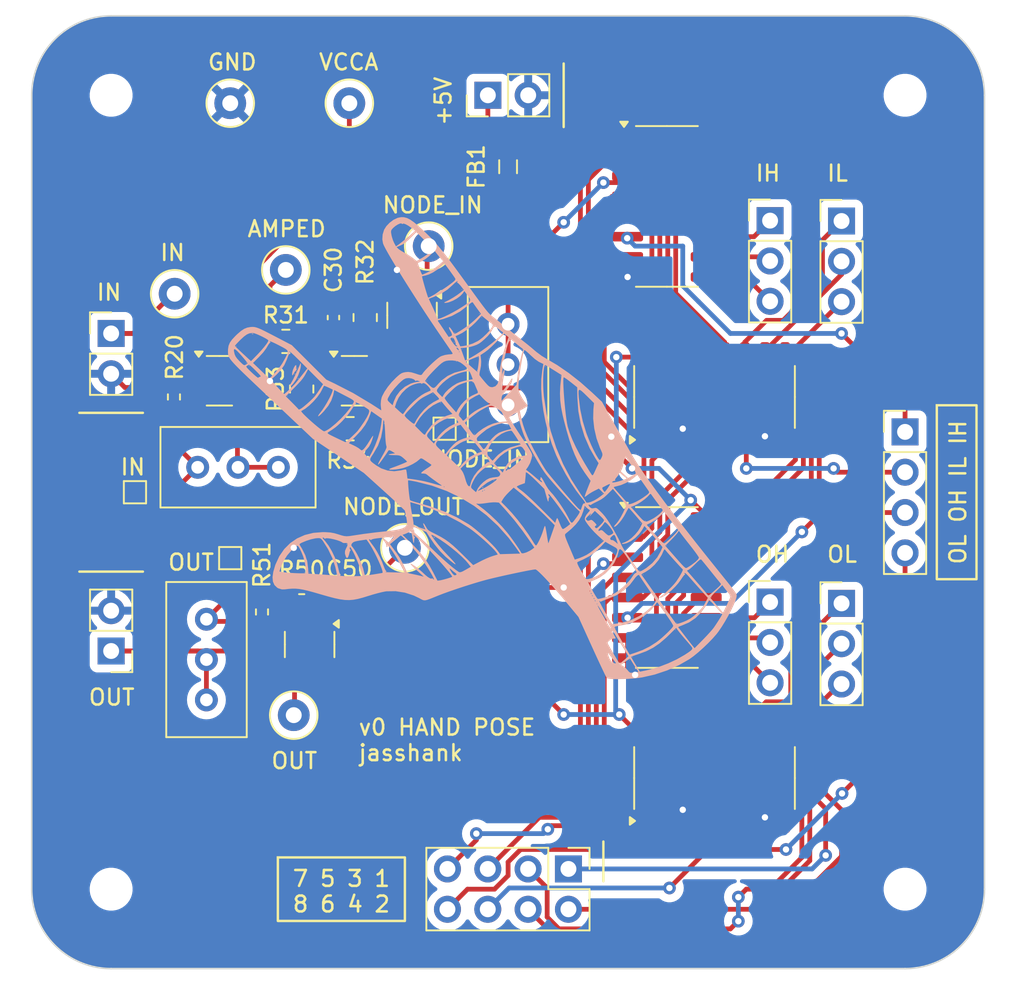
<source format=kicad_pcb>
(kicad_pcb (version 20240108) (generator "pcbnew") (generator_version "8.0")
  (layers (0 "F.Cu" signal) (31 "B.Cu" power) (34 "B.Paste" user) (35 "F.Paste" user) (36 "B.SilkS" user "B.Silkscreen") (37 "F.SilkS" user "F.Silkscreen") (38 "B.Mask" user) (39 "F.Mask" user) (44 "Edge.Cuts" user))
  (net 0 "")
  (net 1 "+5V")
  (net 2 "VCCA")
  (net 3 "/mux/MUX_IN_HIGH_2")
  (net 4 "/mux/MUX_IN_HIGH_1")
  (net 5 "/mux/MUX_IN_HIGH_3")
  (net 6 "/mux/MUX_IN_LOW_2")
  (net 7 "/mux/MUX_IN_LOW_3")
  (net 8 "/mux/MUX_IN_LOW_1")
  (net 9 "/mux/MUX_OUT_HIGH_1")
  (net 10 "/mux/MUX_OUT_HIGH_3")
  (net 11 "/mux/MUX_OUT_HIGH_2")
  (net 12 "/mux/MUX_OUT_LOW_3")
  (net 13 "/mux/MUX_OUT_LOW_1")
  (net 14 "/mux/MUX_OUT_LOW_2")
  (net 15 "/mux/MUX_IN_LOW_ENABLE")
  (net 16 "/mux/MUX_OUT_HIGH_ENABLE")
  (net 17 "/mux/MUX_OUT_LOW_ENABLE")
  (net 18 "/mux/MUX_IN_HIGH_ENABLE")
  (net 19 "/mux/NODE_1")
  (net 20 "/mux/NODE_7")
  (net 21 "/mux/NODE_6")
  (net 22 "/mux/NODE_4")
  (net 23 "/mux/NODE_2")
  (net 24 "/mux/NODE_5")
  (net 25 "/mux/NODE_3")
  (net 26 "/mux/NODE_8")
  (net 27 "GND")
  (net 28 "/input/SIGNAL_IN")
  (net 29 "/output/NODE_OUT_FILTERED")
  (net 30 "Net-(U3-+)")
  (net 31 "Net-(U8--)")
  (net 32 "Net-(U3--)")
  (net 33 "/mux/NODE_OUT_HIGH")
  (net 34 "/output/SIGNAL_OUT")
  (net 35 "/current_injection/AMPED_SIGNAL")
  (net 36 "/output/OUTPUT_AMP_TRIM")
  (net 37 "/current_injection/NODE_IN_HIGH")
  (net 38 "/input/INPUT_AMP_TRIM")
  (net 39 "/current_injection/CURRENT_TUNE_TRIM")
  (footprint "Package_TO_SOT_SMD:SOT-23-5" (layer "F.Cu") (at 65.3175 67.98)
    (property "Reference" "U3" (hide yes))
    (property "Value" "LMV321")
  )
  (footprint "Potentiometer_THT:Potentiometer_Bourns_3296W_Vertical" (layer "F.Cu") (at 56 83 90)
    (property "Reference" "RV50" (hide yes))
    (property "Value" "10k")
  )
  (footprint "Resistor_SMD:R_0402_1005Metric_Pad0.72x0.64mm_HandSolder" (layer "F.Cu") (at 62 81.04)
    (property "Reference" "R50")
    (property "Value" "10k")
  )
  (footprint "Resistor_SMD:R_0805_2012Metric_Pad1.20x1.40mm_HandSolder" (layer "F.Cu") (at 65.0525 71)
    (property "Reference" "R34")
    (property "Value" "100k")
  )
  (footprint "TestPoint:TestPoint_Pad_1.0x1.0mm" (layer "F.Cu") (at 71 71)
    (property "Reference" "TP31" (hide yes))
    (property "Value" "CURRENT_TRIM_TEST")
  )
  (footprint "Package_TO_SOT_SMD:SOT-23-5" (layer "F.Cu") (at 62.5 84.59 -90)
    (property "Reference" "U2" (hide yes))
    (property "Value" "LMV321")
  )
  (footprint "Resistor_SMD:R_0402_1005Metric_Pad0.72x0.64mm_HandSolder" (layer "F.Cu") (at 59.5 82.54 -90)
    (property "Reference" "R51")
    (property "Value" "1k")
  )
  (footprint "Connector_PinHeader_2.54mm:PinHeader_2x04_P2.54mm_Vertical" (layer "F.Cu") (at 78.8 98.725 -90)
    (property "Reference" "J45" (hide yes))
    (property "Value" "NODE_PINS")
  )
  (footprint "MountingHole:MountingHole_2.2mm_M2" (layer "F.Cu") (at 50 100)
    (property "Reference" "H3" (hide yes))
    (property "Value" "BOTTOM_LEFT")
  )
  (footprint "TestPoint:TestPoint_Loop_D1.80mm_Drill1.0mm_Beaded" (layer "F.Cu") (at 70 59.5 90)
    (property "Reference" "TP30" (hide yes))
    (property "Value" "NODE_IN_HIGH_TEST")
  )
  (footprint "Potentiometer_THT:Potentiometer_Bourns_3296W_Vertical" (layer "F.Cu") (at 55.45 73.43 180)
    (property "Reference" "RV20" (hide yes))
    (property "Value" "10k")
  )
  (footprint "Resistor_SMD:R_0805_2012Metric_Pad1.20x1.40mm_HandSolder" (layer "F.Cu") (at 66 64 90)
    (property "Reference" "R32")
    (property "Value" "100k")
  )
  (footprint "Package_SO:SOIC-16_3.9x9.9mm_P1.27mm" (layer "F.Cu") (at 85 57)
    (property "Reference" "U4" (hide yes))
    (property "Value" "74HC4051")
  )
  (footprint "Package_TO_SOT_SMD:SOT-23-5" (layer "F.Cu") (at 56.8175 67.98)
    (property "Reference" "U1" (hide yes))
    (property "Value" "LMV321")
  )
  (footprint "MountingHole:MountingHole_2.2mm_M2" (layer "F.Cu") (at 50 50)
    (property "Reference" "H1" (hide yes))
    (property "Value" "TOP_LEFT")
  )
  (footprint "TestPoint:TestPoint_Loop_D1.80mm_Drill1.0mm_Beaded" (layer "F.Cu") (at 57.5 50.5 -90)
    (property "Reference" "TP61" (hide yes))
    (property "Value" "GND_TEST")
  )
  (footprint "Connector_PinHeader_2.54mm:PinHeader_1x02_P2.54mm_Vertical" (layer "F.Cu") (at 50 85 180)
    (property "Reference" "J50" (hide yes))
    (property "Value" "SIGNAL_OUT")
  )
  (footprint "MountingHole:MountingHole_2.2mm_M2" (layer "F.Cu") (at 100 100)
    (property "Reference" "H4" (hide yes))
    (property "Value" "BOTTOM_RIGHT")
  )
  (footprint "Resistor_SMD:R_0402_1005Metric_Pad0.72x0.64mm_HandSolder" (layer "F.Cu") (at 53.955 69 -90)
    (property "Reference" "R20")
    (property "Value" "1k")
  )
  (footprint "Connector_PinHeader_2.54mm:PinHeader_1x03_P2.54mm_Vertical" (layer "F.Cu") (at 96 57.92)
    (property "Reference" "J41" (hide yes))
    (property "Value" "MUX_IN_LOW")
  )
  (footprint "Package_TO_SOT_SMD:SOT-23-5" (layer "F.Cu") (at 68.95 63.8625 -90)
    (property "Reference" "U8" (hide yes))
    (property "Value" "LMV321")
  )
  (footprint "Capacitor_SMD:C_0402_1005Metric_Pad0.74x0.62mm_HandSolder" (layer "F.Cu") (at 65 81)
    (property "Reference" "C50")
    (property "Value" "47n")
  )
  (footprint "Potentiometer_THT:Potentiometer_Bourns_3296W_Vertical" (layer "F.Cu") (at 75 69.5 -90)
    (property "Reference" "RV30" (hide yes))
    (property "Value" "5k")
  )
  (footprint "MountingHole:MountingHole_2.2mm_M2" (layer "F.Cu") (at 100 50)
    (property "Reference" "H2" (hide yes))
    (property "Value" "TOP_RIGHT")
  )
  (footprint "TestPoint:TestPoint_Loop_D1.80mm_Drill1.0mm_Beaded" (layer "F.Cu") (at 68.5 78.5)
    (property "Reference" "TP50" (hide yes))
    (property "Value" "NODE_OUT_HIGH_TEST")
  )
  (footprint "TestPoint:TestPoint_Loop_D1.80mm_Drill1.0mm_Beaded" (layer "F.Cu") (at 61.5 89.04)
    (property "Reference" "TP51" (hide yes))
    (property "Value" "SIGNAL_OUT_TEST")
  )
  (footprint "TestPoint:TestPoint_Loop_D1.80mm_Drill1.0mm_Beaded" (layer "F.Cu") (at 65 50.5 -90)
    (property "Reference" "TP60" (hide yes))
    (property "Value" "VCCA_TEST")
  )
  (footprint "Resistor_SMD:R_0805_2012Metric_Pad1.20x1.40mm_HandSolder" (layer "F.Cu") (at 62 68.5 90)
    (property "Reference" "R33")
    (property "Value" "100k")
  )
  (footprint "Package_SO:SOIC-16_3.9x9.9mm_P1.27mm" (layer "F.Cu") (at 88 93 90)
    (property "Reference" "U7" (hide yes))
    (property "Value" "74HC4051")
  )
  (footprint "Connector_PinHeader_2.54mm:PinHeader_1x04_P2.54mm_Vertical" (layer "F.Cu") (at 100 71.2)
    (property "Reference" "J44" (hide yes))
    (property "Value" "MUX_ENABLE")
  )
  (footprint "Package_SO:SOIC-16_3.9x9.9mm_P1.27mm" (layer "F.Cu") (at 88 69 90)
    (property "Reference" "U6" (hide yes))
    (property "Value" "74HC4051")
  )
  (footprint "Resistor_SMD:R_0805_2012Metric_Pad1.20x1.40mm_HandSolder" (layer "F.Cu") (at 61 65.5)
    (property "Reference" "R31")
    (property "Value" "100k")
  )
  (footprint "Connector_PinHeader_2.54mm:PinHeader_1x02_P2.54mm_Vertical" (layer "F.Cu") (at 50 65)
    (property "Reference" "J20" (hide yes))
    (property "Value" "SIGNAL_IN")
  )
  (footprint "TestPoint:TestPoint_Loop_D1.80mm_Drill1.0mm_Beaded" (layer "F.Cu") (at 54 62.5 90)
    (property "Reference" "TP21" (hide yes))
    (property "Value" "SIGNAL_IN_TEST")
  )
  (footprint "Connector_PinHeader_2.54mm:PinHeader_1x02_P2.54mm_Vertical" (layer "F.Cu") (at 73.725 50 90)
    (property "Reference" "J60" (hide yes))
    (property "Value" "PWR_IN")
  )
  (footprint "Connector_PinHeader_2.54mm:PinHeader_1x03_P2.54mm_Vertical" (layer "F.Cu") (at 91.5 57.895)
    (property "Reference" "J40" (hide yes))
    (property "Value" "MUX_IN_HIGH")
  )
  (footprint "TestPoint:TestPoint_Loop_D1.80mm_Drill1.0mm_Beaded" (layer "F.Cu") (at 61 61 90)
    (property "Reference" "TP20" (hide yes))
    (property "Value" "AMPED_SIGNAL_TEST")
  )
  (footprint "Inductor_SMD:L_0805_2012Metric_Pad1.05x1.20mm_HandSolder" (layer "F.Cu") (at 75 54.5 -90)
    (property "Reference" "FB1")
    (property "Value" "100R")
  )
  (footprint "Package_SO:SOIC-16_3.9x9.9mm_P1.27mm" (layer "F.Cu") (at 85 81)
    (property "Reference" "U5" (hide yes))
    (property "Value" "74HC4051")
  )
  (footprint "Connector_PinHeader_2.54mm:PinHeader_1x03_P2.54mm_Vertical" (layer "F.Cu") (at 96 82)
    (property "Reference" "J43" (hide yes))
    (property "Value" "MUX_OUT_LOW")
  )
  (footprint "Connector_PinHeader_2.54mm:PinHeader_1x03_P2.54mm_Vertical" (layer "F.Cu") (at 91.5 81.92)
    (property "Reference" "J42" (hide yes))
    (property "Value" "MUX_OUT_HIGH")
  )
  (footprint "Capacitor_SMD:C_0402_1005Metric_Pad0.74x0.62mm_HandSolder" (layer "F.Cu") (at 64 64 -90)
    (property "Reference" "C30")
    (property "Value" "10p")
  )
  (footprint "TestPoint:TestPoint_Pad_1.0x1.0mm" (layer "F.Cu") (at 51.5 75)
    (property "Reference" "TP22" (hide yes))
    (property "Value" "INPUT_TRIM_TEST")
  )
  (footprint "TestPoint:TestPoint_Pad_1.0x1.0mm" (layer "F.Cu") (at 57.5 79.15)
    (property "Reference" "TP52" (hide yes))
    (property "Value" "OUTPUT_TRIM_TEST")
  )
  (footprint "LOGO" (layer "B.Cu") (at 71.5 76 -135)
    (property "Reference" "G***" (hide yes))
    (property "Value" "LOGO" (hide yes))
  )
  (gr_line (start 78.5 48) (end 78.5 52) (stroke (width 0.153)) (layer "F.SilkS"))
  (gr_line (start 81 97) (end 81 99.5) (stroke (width 0.153)) (layer "F.SilkS"))
  (gr_line (start 48 80) (end 52 80) (stroke (width 0.153)) (layer "F.SilkS"))
  (gr_line (start 48 70) (end 52 70) (stroke (width 0.153)) (layer "F.SilkS"))
  (gr_line (start 50 45) (end 100 45) (stroke (width 0.1)) (layer "Edge.Cuts"))
  (gr_line (start 100 105) (end 50 105) (stroke (width 0.1)) (layer "Edge.Cuts"))
  (gr_arc (start 100 45) (mid 103.535534 46.464466) (end 105 50) (stroke (width 0.1)) (layer "Edge.Cuts"))
  (gr_line (start 45 100) (end 45 50) (stroke (width 0.1)) (layer "Edge.Cuts"))
  (gr_arc (start 45 50) (mid 46.464466 46.464466) (end 50 45) (stroke (width 0.1)) (layer "Edge.Cuts"))
  (gr_line (start 105 50) (end 105 100) (stroke (width 0.1)) (layer "Edge.Cuts"))
  (gr_arc (start 50 105) (mid 46.464466 103.535534) (end 45 100) (stroke (width 0.1)) (layer "Edge.Cuts"))
  (gr_arc (start 105 100) (mid 103.535534 103.535534) (end 100 105) (stroke (width 0.1)) (layer "Edge.Cuts"))
  (gr_text "OUT" (at 53.5 80 0) (layer "F.SilkS") (effects (font (size 1 1) (thickness 0.16)) (justify left bottom)))
  (gr_text "NODE_OUT" (at 64.5 76.5 0) (layer "F.SilkS") (effects (font (size 1 1) (thickness 0.16)) (justify left bottom)))
  (gr_text "v0 HAND POSE\njasshank" (at 65.5 92 0) (layer "F.SilkS") (effects (font (size 1 1) (thickness 0.16)) (justify left bottom)))
  (gr_text "AMPED" (at 58.5 59 0) (layer "F.SilkS") (effects (font (size 1 1) (thickness 0.16)) (justify left bottom)))
  (gr_text "GND\n" (at 56 48.5 0) (layer "F.SilkS") (effects (font (size 1 1) (thickness 0.16)) (justify left bottom)))
  (gr_text "IN" (at 49 63 0) (layer "F.SilkS") (effects (font (size 1 1) (thickness 0.16) (bold yes)) (justify left bottom)))
  (gr_text "IN" (at 50.5 74 0) (layer "F.SilkS") (effects (font (size 1 1) (thickness 0.16)) (justify left bottom)))
  (gr_text "IL" (at 95 55.5 0) (layer "F.SilkS") (effects (font (size 1 1) (thickness 0.16)) (justify left bottom)))
  (gr_text "+5V" (at 71.5 52 90) (layer "F.SilkS") (effects (font (size 1 1) (thickness 0.16) (bold yes)) (justify left bottom)))
  (gr_text "IH" (at 90.5 55.5 0) (layer "F.SilkS") (effects (font (size 1 1) (thickness 0.16)) (justify left bottom)))
  (gr_text "OH" (at 90.5 79.5 0) (layer "F.SilkS") (effects (font (size 1 1) (thickness 0.16)) (justify left bottom)))
  (gr_text "OL" (at 95 79.5 0) (layer "F.SilkS") (effects (font (size 1 1) (thickness 0.16)) (justify left bottom)))
  (gr_text "NODE_IN" (at 70 73.5 0) (layer "F.SilkS") (effects (font (size 1 1) (thickness 0.16)) (justify left bottom)))
  (gr_text "NODE_IN" (at 67 57.5 0) (layer "F.SilkS") (effects (font (size 1 1) (thickness 0.16)) (justify left bottom)))
  (gr_text "OUT" (at 48.5 88.5 0) (layer "F.SilkS") (effects (font (size 1 1) (thickness 0.16) (bold yes)) (justify left bottom)))
  (gr_text "VCCA" (at 63 48.5 0) (layer "F.SilkS") (effects (font (size 1 1) (thickness 0.16)) (justify left bottom)))
  (gr_text "OUT" (at 60 92.5 0) (layer "F.SilkS") (effects (font (size 1 1) (thickness 0.16)) (justify left bottom)))
  (gr_text "IN" (at 53 60.5 0) (layer "F.SilkS") (effects (font (size 1 1) (thickness 0.16)) (justify left bottom)))
  (gr_text_box "OL OH IL IH" (start 102 69.5234) (end 104.5 80.4766) (angle 90) (layer "F.SilkS") (effects (font (size 1 1) (thickness 0.16)) (justify top)) (border yes) (stroke (width 0.153)))
  (gr_text_box "7 5 3 1\n8 6 4 2" (start 60.5 98) (end 68.5 102) (layer "F.SilkS") (effects (font (size 1 1) (thickness 0.16)) (justify top)) (border yes) (stroke (width 0.153)))
  (segment (start 73.725 52.075) (end 75 53.35) (width 0.3) (layer "F.Cu") (net 1))
  (segment (start 73.725 50) (end 73.725 52.075) (width 0.3) (layer "F.Cu") (net 1))
  (segment (start 60 60) (end 64.35 55.65) (width 0.3) (layer "F.Cu") (net 2))
  (segment (start 57.955 62.045) (end 60 60) (width 0.3) (layer "F.Cu") (net 2))
  (segment (start 78.43 68.43) (end 81.5 71.5) (width 0.3) (layer "F.Cu") (net 2))
  (segment (start 75.2275 85.7275) (end 63.45 85.7275) (width 0.3) (layer "F.Cu") (net 2))
  (segment (start 83.525 90.525) (end 82 89) (width 0.3) (layer "F.Cu") (net 2))
  (segment (start 84.92 50) (end 87.475 52.555) (width 0.3) (layer "F.Cu") (net 2))
  (segment (start 59.5 60.5) (end 50 60.5) (width 0.3) (layer "F.Cu") (net 2))
  (segment (start 78.5 89) (end 75.2275 85.7275) (width 0.3) (layer "F.Cu") (net 2))
  (segment (start 80.65 50) (end 84.92 50) (width 0.3) (layer "F.Cu") (net 2))
  (segment (start 65 55.65) (end 75 55.65) (width 0.3) (layer "F.Cu") (net 2))
  (segment (start 50 60.5) (end 48 62.5) (width 0.3) (layer "F.Cu") (net 2))
  (segment (start 87.475 76.475) (end 86.5 75.5) (width 0.3) (layer "F.Cu") (net 2))
  (segment (start 75 55.65) (end 80.65 50) (width 0.3) (layer "F.Cu") (net 2))
  (segment (start 48 62.5) (end 48 89.5) (width 0.3) (layer "F.Cu") (net 2))
  (segment (start 64.35 55.65) (end 65 55.65) (width 0.3) (layer "F.Cu") (net 2))
  (segment (start 67.87 67.03) (end 69.9 65) (width 0.3) (layer "F.Cu") (net 2))
  (segment (start 83.555 90.525) (end 83.525 90.525) (width 0.3) (layer "F.Cu") (net 2))
  (segment (start 81.5 71.5) (end 81.5 72.195) (width 0.3) (layer "F.Cu") (net 2))
  (segment (start 64 86.2775) (end 63.45 85.7275) (width 0.3) (layer "F.Cu") (net 2))
  (segment (start 64 91) (end 64 86.2775) (width 0.3) (layer "F.Cu") (net 2))
  (segment (start 51 92.5) (end 62.5 92.5) (width 0.3) (layer "F.Cu") (net 2))
  (segment (start 48 89.5) (end 51 92.5) (width 0.3) (layer "F.Cu") (net 2))
  (segment (start 81.5 72.195) (end 82.805 73.5) (width 0.3) (layer "F.Cu") (net 2))
  (segment (start 57.955 67.03) (end 57.955 62.045) (width 0.3) (layer "F.Cu") (net 2))
  (segment (start 71 65) (end 69.9 65) (width 0.3) (layer "F.Cu") (net 2))
  (segment (start 87.475 76.555) (end 87.475 76.475) (width 0.3) (layer "F.Cu") (net 2))
  (segment (start 60 60) (end 59.5 60.5) (width 0.3) (layer "F.Cu") (net 2))
  (segment (start 81.813884 66.491116) (end 83.521116 66.491116) (width 0.3) (layer "F.Cu") (net 2))
  (segment (start 62.5 92.5) (end 64 91) (width 0.3) (layer "F.Cu") (net 2))
  (segment (start 71 65) (end 74.43 68.43) (width 0.3) (layer "F.Cu") (net 2))
  (segment (start 65 50.5) (end 65 55.65) (width 0.3) (layer "F.Cu") (net 2))
  (segment (start 74.43 68.43) (end 78.43 68.43) (width 0.3) (layer "F.Cu") (net 2))
  (segment (start 83.521116 66.491116) (end 83.555 66.525) (width 0.3) (layer "F.Cu") (net 2))
  (segment (start 66.455 67.03) (end 67.87 67.03) (width 0.3) (layer "F.Cu") (net 2))
  (via (at 81.813884 66.491116) (size 0.8) (drill 0.4) (layers "F.Cu" "B.Cu") (net 2))
  (via (at 82.805 73.5) (size 0.8) (drill 0.4) (layers "F.Cu" "B.Cu") (net 2))
  (via (at 82 89) (size 0.8) (drill 0.4) (layers "F.Cu" "B.Cu") (net 2))
  (via (at 78.5 89) (size 0.8) (drill 0.4) (layers "F.Cu" "B.Cu") (net 2))
  (via (at 81.5 71.5) (size 0.8) (drill 0.4) (layers "F.Cu" "B.Cu") (net 2))
  (via (at 86.5 75.5) (size 0.8) (drill 0.4) (layers "F.Cu" "B.Cu") (net 2))
  (segment (start 81.775 80.225) (end 81.775 88.775) (width 0.3) (layer "B.Cu") (net 2))
  (segment (start 82 89) (end 78.5 89) (width 0.3) (layer "B.Cu") (net 2))
  (segment (start 86.5 75.5) (end 81.775 80.225) (width 0.3) (layer "B.Cu") (net 2))
  (segment (start 81.813884 71.186116) (end 81.5 71.5) (width 0.3) (layer "B.Cu") (net 2))
  (segment (start 86.5 75.5) (end 84.5 73.5) (width 0.3) (layer "B.Cu") (net 2))
  (segment (start 81.813884 66.491116) (end 81.813884 71.186116) (width 0.3) (layer "B.Cu") (net 2))
  (segment (start 84.5 73.5) (end 82.805 73.5) (width 0.3) (layer "B.Cu") (net 2))
  (segment (start 81.775 88.775) (end 82 89) (width 0.3) (layer "B.Cu") (net 2))
  (segment (start 87.475 60.175) (end 91.24 60.175) (width 0.3) (layer "F.Cu") (net 3))
  (segment (start 91.24 60.175) (end 91.5 60.435) (width 0.3) (layer "F.Cu") (net 3))
  (segment (start 90.49 58.905) (end 91.5 57.895) (width 0.3) (layer "F.Cu") (net 4))
  (segment (start 87.475 58.905) (end 90.49 58.905) (width 0.3) (layer "F.Cu") (net 4))
  (segment (start 89.97 61.445) (end 91.5 62.975) (width 0.3) (layer "F.Cu") (net 5))
  (segment (start 87.475 61.445) (end 89.97 61.445) (width 0.3) (layer "F.Cu") (net 5))
  (segment (start 91.175 66.108738) (end 91.175 66.525) (width 0.3) (layer "F.Cu") (net 6))
  (segment (start 96 60.46) (end 96 61.283738) (width 0.3) (layer "F.Cu") (net 6))
  (segment (start 96 61.283738) (end 91.175 66.108738) (width 0.3) (layer "F.Cu") (net 6))
  (segment (start 92.475 66.525) (end 92.445 66.525) (width 0.3) (layer "F.Cu") (net 7))
  (segment (start 96 63) (end 92.475 66.525) (width 0.3) (layer "F.Cu") (net 7))
  (segment (start 94.8 61.7) (end 94.8 59.12) (width 0.3) (layer "F.Cu") (net 8))
  (segment (start 89.905 65.550001) (end 91.280001 64.175) (width 0.3) (layer "F.Cu") (net 8))
  (segment (start 91.280001 64.175) (end 92.325 64.175) (width 0.3) (layer "F.Cu") (net 8))
  (segment (start 89.905 66.525) (end 89.905 65.550001) (width 0.3) (layer "F.Cu") (net 8))
  (segment (start 94.8 59.12) (end 96 57.92) (width 0.3) (layer "F.Cu") (net 8))
  (segment (start 92.325 64.175) (end 94.8 61.7) (width 0.3) (layer "F.Cu") (net 8))
  (segment (start 90.515 82.905) (end 91.5 81.92) (width 0.3) (layer "F.Cu") (net 9))
  (segment (start 87.475 82.905) (end 90.515 82.905) (width 0.3) (layer "F.Cu") (net 9))
  (segment (start 87.475 85.445) (end 89.945 85.445) (width 0.3) (layer "F.Cu") (net 10))
  (segment (start 89.945 85.445) (end 91.5 87) (width 0.3) (layer "F.Cu") (net 10))
  (segment (start 91.215 84.175) (end 91.5 84.46) (width 0.3) (layer "F.Cu") (net 11))
  (segment (start 87.475 84.175) (end 91.215 84.175) (width 0.3) (layer "F.Cu") (net 11))
  (segment (start 95.89 87.08) (end 96 87.08) (width 0.3) (layer "F.Cu") (net 12))
  (segment (start 92.445 90.525) (end 95.89 87.08) (width 0.3) (layer "F.Cu") (net 12))
  (segment (start 91.255001 88.2) (end 92.8 88.2) (width 0.3) (layer "F.Cu") (net 13))
  (segment (start 89.905 90.525) (end 89.905 89.550001) (width 0.3) (layer "F.Cu") (net 13))
  (segment (start 89.905 89.550001) (end 91.255001 88.2) (width 0.3) (layer "F.Cu") (net 13))
  (segment (start 92.8 88.2) (end 92.8 85.2) (width 0.3) (layer "F.Cu") (net 13))
  (segment (start 92.8 85.2) (end 96 82) (width 0.3) (layer "F.Cu") (net 13))
  (segment (start 94.5 87.207107) (end 94.5 86.04) (width 0.3) (layer "F.Cu") (net 14))
  (segment (start 94.5 86.04) (end 96 84.54) (width 0.3) (layer "F.Cu") (net 14))
  (segment (start 92.707107 89) (end 94.5 87.207107) (width 0.3) (layer "F.Cu") (net 14))
  (segment (start 91.725001 89) (end 92.707107 89) (width 0.3) (layer "F.Cu") (net 14))
  (segment (start 91.175 89.550001) (end 91.725001 89) (width 0.3) (layer "F.Cu") (net 14))
  (segment (start 91.175 90.525) (end 91.175 89.550001) (width 0.3) (layer "F.Cu") (net 14))
  (segment (start 95.74 73.74) (end 100 73.74) (width 0.3) (layer "F.Cu") (net 15))
  (segment (start 90 71.57) (end 89.905 71.475) (width 0.3) (layer "F.Cu") (net 15))
  (segment (start 95.5 73.5) (end 95.74 73.74) (width 0.3) (layer "F.Cu") (net 15))
  (segment (start 90 73.5) (end 90 71.57) (width 0.3) (layer "F.Cu") (net 15))
  (via (at 95.5 73.5) (size 0.8) (drill 0.4) (layers "F.Cu" "B.Cu") (net 15))
  (via (at 90 73.5) (size 0.8) (drill 0.4) (layers "F.Cu" "B.Cu") (net 15))
  (segment (start 95.5 73.5) (end 90 73.5) (width 0.3) (layer "B.Cu") (net 15))
  (segment (start 93.5 77.5) (end 94.72 76.28) (width 0.3) (layer "F.Cu") (net 16))
  (segment (start 94.72 76.28) (end 99.5 76.28) (width 0.3) (layer "F.Cu") (net 16))
  (via (at 82.525 82.905) (size 0.8) (drill 0.4) (layers "F.Cu" "B.Cu") (net 16))
  (via (at 93.5 77.5) (size 0.8) (drill 0.4) (layers "F.Cu" "B.Cu") (net 16))
  (segment (start 83.43 82) (end 82.525 82.905) (width 0.3) (layer "B.Cu") (net 16))
  (segment (start 89 82) (end 93.5 77.5) (width 0.3) (layer "B.Cu") (net 16))
  (segment (start 89 82) (end 83.43 82) (width 0.3) (layer "B.Cu") (net 16))
  (segment (start 90.955001 97.5) (end 89.905 96.449999) (width 0.3) (layer "F.Cu") (net 17))
  (segment (start 100 90) (end 96.030331 93.969669) (width 0.3) (layer "F.Cu") (net 17))
  (segment (start 92.5 97.5) (end 90.955001 97.5) (width 0.3) (layer "F.Cu") (net 17))
  (segment (start 89.905 96.449999) (end 89.905 95.475) (width 0.3) (layer "F.Cu") (net 17))
  (segment (start 100 78.82) (end 100 90) (width 0.3) (layer "F.Cu") (net 17))
  (via (at 96.030331 93.969669) (size 0.8) (drill 0.4) (layers "F.Cu" "B.Cu") (net 17))
  (via (at 92.5 97.5) (size 0.8) (drill 0.4) (layers "F.Cu" "B.Cu") (net 17))
  (segment (start 96.030331 93.969669) (end 92.5 97.5) (width 0.3) (layer "B.Cu") (net 17))
  (segment (start 82.525 58.975) (end 82.5 59) (width 0.3) (layer "F.Cu") (net 18))
  (segment (start 96 65) (end 100 69) (width 0.3) (layer "F.Cu") (net 18))
  (segment (start 82.525 58.905) (end 82.525 58.975) (width 0.3) (layer "F.Cu") (net 18))
  (segment (start 100 69) (end 100 71.2) (width 0.3) (layer "F.Cu") (net 18))
  (via (at 82.5 59) (size 0.8) (drill 0.4) (layers "F.Cu" "B.Cu") (net 18))
  (via (at 96 65) (size 0.8) (drill 0.4) (layers "F.Cu" "B.Cu") (net 18))
  (segment (start 87 63) (end 89 65) (width 0.3) (layer "B.Cu") (net 18))
  (segment (start 89 65) (end 96 65) (width 0.3) (layer "B.Cu") (net 18))
  (segment (start 82.5 59) (end 83 59.5) (width 0.3) (layer "B.Cu") (net 18))
  (segment (start 86 62) (end 87 63) (width 0.3) (layer "B.Cu") (net 18))
  (segment (start 86 59.5) (end 86 62) (width 0.3) (layer "B.Cu") (net 18))
  (segment (start 83 59.5) (end 86 59.5) (width 0.3) (layer "B.Cu") (net 18))
  (segment (start 87.365 90.941262) (end 89.423738 93) (width 0.3) (layer "F.Cu") (net 19))
  (segment (start 88.19 80.365) (end 87.475 80.365) (width 0.3) (layer "F.Cu") (net 19))
  (segment (start 95 97.871321) (end 95 94.929524) (width 0.3) (layer "F.Cu") (net 19))
  (segment (start 89.378553 69) (end 93.070476 69) (width 0.3) (layer "F.Cu") (net 19))
  (segment (start 86.055 80.5) (end 86.055 81.5) (width 0.3) (layer "F.Cu") (net 19))
  (segment (start 93.070476 93) (end 89.423738 93) (width 0.3) (layer "F.Cu") (net 19))
  (segment (start 85.814999 64) (end 87.365 65.550001) (width 0.3) (layer "F.Cu") (net 19))
  (segment (start 87.665 67.286447) (end 89.378553 69) (width 0.3) (layer "F.Cu") (net 19))
  (segment (start 87.475 80.365) (end 86.19 80.365) (width 0.3) (layer "F.Cu") (net 19))
  (segment (start 85.19 56.365) (end 85.055 56.5) (width 0.3) (layer "F.Cu") (net 19))
  (segment (start 87.665 66.825) (end 87.665 67.286447) (width 0.3) (layer "F.Cu") (net 19))
  (segment (start 85.555 82) (end 85.555 87.740001) (width 0.3) (layer "F.Cu") (net 19))
  (segment (start 87.475 56.365) (end 85.19 56.365) (width 0.3) (layer "F.Cu") (net 19))
  (segment (start 85.055 56.5) (end 85.055 64) (width 0.3) (layer "F.Cu") (net 19))
  (segment (start 87.365 90.525) (end 87.365 90.941262) (width 0.3) (layer "F.Cu") (net 19))
  (segment (start 86.055 81.5) (end 85.555 82) (width 0.3) (layer "F.Cu") (net 19))
  (segment (start 93.070476 69) (end 94.095 70.024524) (width 0.3) (layer "F.Cu") (net 19))
  (segment (start 95 94.929524) (end 93.070476 93) (width 0.3) (layer "F.Cu") (net 19))
  (segment (start 86.19 80.365) (end 86.055 80.5) (width 0.3) (layer "F.Cu") (net 19))
  (segment (start 94.095 74.46) (end 88.19 80.365) (width 0.3) (layer "F.Cu") (net 19))
  (segment (start 87.365 65.550001) (end 87.365 66.525) (width 0.3) (layer "F.Cu") (net 19))
  (segment (start 87.365 66.525) (end 87.665 66.825) (width 0.3) (layer "F.Cu") (net 19))
  (segment (start 94.095 70.024524) (end 94.095 74.46) (width 0.3) (layer "F.Cu") (net 19))
  (segment (start 87.365 89.550001) (end 87.365 90.525) (width 0.3) (layer "F.Cu") (net 19))
  (segment (start 85.055 64) (end 85.814999 64) (width 0.3) (layer "F.Cu") (net 19))
  (segment (start 85.555 87.740001) (end 87.365 89.550001) (width 0.3) (layer "F.Cu") (net 19))
  (via (at 95 97.871321) (size 0.8) (drill 0.4) (layers "F.Cu" "B.Cu") (net 19))
  (segment (start 78.8 98.725) (end 94.146321 98.725) (width 0.3) (layer "B.Cu") (net 19))
  (segment (start 94.146321 98.725) (end 95 97.871321) (width 0.3) (layer "B.Cu") (net 19))
  (segment (start 84.825 71.475) (end 84.825 72.23) (width 0.3) (layer "F.Cu") (net 20))
  (segment (start 84.825 70.500001) (end 84.825 71.475) (width 0.3) (layer "F.Cu") (net 20))
  (segment (start 84.274999 97) (end 83.393738 97) (width 0.3) (layer "F.Cu") (net 20))
  (segment (start 82.5 96.106262) (end 82.5 96) (width 0.3) (layer "F.Cu") (net 20))
  (segment (start 73 96.905) (end 71.18 98.725) (width 0.3) (layer "F.Cu") (net 20))
  (segment (start 84.324999 94) (end 82.963946 94) (width 0.3) (layer "F.Cu") (net 20))
  (segment (start 84.324999 70) (end 84.825 70.500001) (width 0.3) (layer "F.Cu") (net 20))
  (segment (start 80.055 55.320001) (end 80.055 67.5) (width 0.3) (layer "F.Cu") (net 20))
  (segment (start 82.525 53.825) (end 81.550001 53.825) (width 0.3) (layer "F.Cu") (net 20))
  (segment (start 81.550001 53.825) (end 80.055 55.320001) (width 0.3) (layer "F.Cu") (net 20))
  (segment (start 84.825 94.500001) (end 84.324999 94) (width 0.3) (layer "F.Cu") (net 20))
  (segment (start 84.825 95.475) (end 84.825 94.500001) (width 0.3) (layer "F.Cu") (net 20))
  (segment (start 80.055 78.707106) (end 80.937106 77.825) (width 0.3) (layer "F.Cu") (net 20))
  (segment (start 77.725 96) (end 77.5 96.225) (width 0.3) (layer "F.Cu") (net 20))
  (segment (start 80.937106 77.825) (end 82.525 77.825) (width 0.3) (layer "F.Cu") (net 20))
  (segment (start 84.055 73) (end 84.055 77.269999) (width 0.3) (layer "F.Cu") (net 20))
  (segment (start 84.825 72.23) (end 84.055 73) (width 0.3) (layer "F.Cu") (net 20))
  (segment (start 83.499999 77.825) (end 82.525 77.825) (width 0.3) (layer "F.Cu") (net 20))
  (segment (start 82.963946 94) (end 80.055 91.091054) (width 0.3) (layer "F.Cu") (net 20))
  (segment (start 82.555 70) (end 84.324999 70) (width 0.3) (layer "F.Cu") (net 20))
  (segment (start 84.055 77.269999) (end 83.499999 77.825) (width 0.3) (layer "F.Cu") (net 20))
  (segment (start 84.825 96.449999) (end 84.274999 97) (width 0.3) (layer "F.Cu") (net 20))
  (segment (start 73 96.5) (end 73 96.905) (width 0.3) (layer "F.Cu") (net 20))
  (segment (start 80.055 91.091054) (end 80.055 78.707106) (width 0.3) (layer "F.Cu") (net 20))
  (segment (start 82.5 96) (end 77.725 96) (width 0.3) (layer "F.Cu") (net 20))
  (segment (start 80.055 67.5) (end 82.555 70) (width 0.3) (layer "F.Cu") (net 20))
  (segment (start 83.393738 97) (end 82.5 96.106262) (width 0.3) (layer "F.Cu") (net 20))
  (segment (start 84.825 95.475) (end 84.825 96.449999) (width 0.3) (layer "F.Cu") (net 20))
  (via (at 77.5 96.225) (size 0.8) (drill 0.4) (layers "F.Cu" "B.Cu") (net 20))
  (via (at 73 96.5) (size 0.8) (drill 0.4) (layers "F.Cu" "B.Cu") (net 20))
  (segment (start 77.5 96.225) (end 77.225 96.5) (width 0.3) (layer "B.Cu") (net 20))
  (segment (start 77.225 96.5) (end 73 96.5) (width 0.3) (layer "B.Cu") (net 20))
  (segment (start 87.063553 93.491448) (end 87.06771 93.491448) (width 0.3) (layer "F.Cu") (net 21))
  (segment (start 81.550001 57.635) (end 81.055 58.130001) (width 0.3) (layer "F.Cu") (net 21))
  (segment (start 83.499999 81.635) (end 82.525 81.635) (width 0.3) (layer "F.Cu") (net 21))
  (segment (start 88.635 71.058738) (end 88.635 71.475) (width 0.3) (layer "F.Cu") (net 21))
  (segment (start 84.555 78.207106) (end 84.555 80.579999) (width 0.3) (layer "F.Cu") (net 21))
  (segment (start 83.158553 68.896447) (end 86.472709 68.896447) (width 0.3) (layer "F.Cu") (net 21))
  (segment (start 88.635 95.475) (end 88.635 96.449999) (width 0.3) (layer "F.Cu") (net 21))
  (segment (start 87.06771 93.491448) (end 88.635 95.058738) (width 0.3) (layer "F.Cu") (net 21))
  (segment (start 83.320132 92.941974) (end 86.514079 92.941974) (width 0.3) (layer "F.Cu") (net 21))
  (segment (start 88.635 71.92) (end 85.055 75.5) (width 0.3) (layer "F.Cu") (net 21))
  (segment (start 81.055 90.676842) (end 83.320132 92.941974) (width 0.3) (layer "F.Cu") (net 21))
  (segment (start 81.055 58.130001) (end 81.055 66.792894) (width 0.3) (layer "F.Cu") (net 21))
  (segment (start 88.635 95.058738) (end 88.635 95.475) (width 0.3) (layer "F.Cu") (net 21))
  (segment (start 81.055 66.792894) (end 83.158553 68.896447) (width 0.3) (layer "F.Cu") (net 21))
  (segment (start 88.635 71.475) (end 88.635 71.92) (width 0.3) (layer "F.Cu") (net 21))
  (segment (start 86.472709 68.896447) (end 88.635 71.058738) (width 0.3) (layer "F.Cu") (net 21))
  (segment (start 81.42 81.635) (end 81.055 82) (width 0.3) (layer "F.Cu") (net 21))
  (segment (start 86.514079 92.941974) (end 87.063553 93.491448) (width 0.3) (layer "F.Cu") (net 21))
  (segment (start 84.555 80.579999) (end 83.499999 81.635) (width 0.3) (layer "F.Cu") (net 21))
  (segment (start 82.525 57.635) (end 81.550001 57.635) (width 0.3) (layer "F.Cu") (net 21))
  (segment (start 85.055 77.707106) (end 84.555 78.207106) (width 0.3) (layer "F.Cu") (net 21))
  (segment (start 82.525 81.635) (end 81.42 81.635) (width 0.3) (layer "F.Cu") (net 21))
  (segment (start 85.055 75.5) (end 85.055 77.707106) (width 0.3) (layer "F.Cu") (net 21))
  (segment (start 88.635 96.449999) (end 85.159999 99.925) (width 0.3) (layer "F.Cu") (net 21))
  (segment (start 81.055 82) (end 81.055 90.676842) (width 0.3) (layer "F.Cu") (net 21))
  (via (at 85.159999 99.925) (size 0.8) (drill 0.4) (layers "F.Cu" "B.Cu") (net 21))
  (segment (start 75.06 99.925) (end 85.159999 99.925) (width 0.3) (layer "B.Cu") (net 21))
  (segment (start 73.72 101.265) (end 75.06 99.925) (width 0.3) (layer "B.Cu") (net 21))
  (segment (start 96 95) (end 96 97.931982) (width 0.3) (layer "F.Cu") (net 22))
  (segment (start 85.92 57.635) (end 85.555 58) (width 0.3) (layer "F.Cu") (net 22))
  (segment (start 85.555 62.470001) (end 88.635 65.550001) (width 0.3) (layer "F.Cu") (net 22))
  (segment (start 87.475 57.635) (end 85.92 57.635) (width 0.3) (layer "F.Cu") (net 22))
  (segment (start 88.635 91.499999) (end 89.635001 92.5) (width 0.3) (layer "F.Cu") (net 22))
  (segment (start 89.635001 68.5) (end 93.555 68.5) (width 0.3) (layer "F.Cu") (net 22))
  (segment (start 94.595 69.54) (end 94.595 74.931262) (width 0.3) (layer "F.Cu") (net 22))
  (segment (start 86.055 82.638738) (end 86.055 87.5) (width 0.3) (layer "F.Cu") (net 22))
  (segment (start 90.431982 103.5) (end 78.495 103.5) (width 0.3) (layer "F.Cu") (net 22))
  (segment (start 88.635 65.550001) (end 88.635 66.525) (width 0.3) (layer "F.Cu") (net 22))
  (segment (start 78.495 103.5) (end 76.26 101.265) (width 0.3) (layer "F.Cu") (net 22))
  (segment (start 85.555 58) (end 85.555 62.470001) (width 0.3) (layer "F.Cu") (net 22))
  (segment (start 87.475 81.635) (end 87.058738 81.635) (width 0.3) (layer "F.Cu") (net 22))
  (segment (start 94.595 74.931262) (end 87.891262 81.635) (width 0.3) (layer "F.Cu") (net 22))
  (segment (start 88.635 67.499999) (end 89.635001 68.5) (width 0.3) (layer "F.Cu") (net 22))
  (segment (start 87.891262 81.635) (end 87.475 81.635) (width 0.3) (layer "F.Cu") (net 22))
  (segment (start 88.635 90.525) (end 88.635 91.499999) (width 0.3) (layer "F.Cu") (net 22))
  (segment (start 93.555 68.5) (end 94.595 69.54) (width 0.3) (layer "F.Cu") (net 22))
  (segment (start 89.635001 92.5) (end 93.5 92.5) (width 0.3) (layer "F.Cu") (net 22))
  (segment (start 88.635 90.08) (end 88.635 90.525) (width 0.3) (layer "F.Cu") (net 22))
  (segment (start 86.055 87.5) (end 88.635 90.08) (width 0.3) (layer "F.Cu") (net 22))
  (segment (start 96 97.931982) (end 90.431982 103.5) (width 0.3) (layer "F.Cu") (net 22))
  (segment (start 87.058738 81.635) (end 86.055 82.638738) (width 0.3) (layer "F.Cu") (net 22))
  (segment (start 93.5 92.5) (end 96 95) (width 0.3) (layer "F.Cu") (net 22))
  (segment (start 88.635 66.525) (end 88.635 67.499999) (width 0.3) (layer "F.Cu") (net 22))
  (segment (start 92.863369 69.5) (end 93.595 70.231631) (width 0.3) (layer "F.Cu") (net 23))
  (segment (start 87.14908 91.941974) (end 86.536975 91.941974) (width 0.3) (layer "F.Cu") (net 23))
  (segment (start 86.055 79) (end 85.555 79.5) (width 0.3) (layer "F.Cu") (net 23))
  (segment (start 86.491448 67.896447) (end 87.451447 67.896447) (width 0.3) (layer "F.Cu") (net 23))
  (segment (start 87.96 79.095) (end 87.475 79.095) (width 0.3) (layer "F.Cu") (net 23))
  (segment (start 87.38 79) (end 86.055 79) (width 0.3) (layer "F.Cu") (net 23))
  (segment (start 86.095 89.332893) (end 86.095 90.525) (width 0.3) (layer "F.Cu") (net 23))
  (segment (start 88.707106 93.5) (end 87.14908 91.941974) (width 0.3) (layer "F.Cu") (net 23))
  (segment (start 86.095 67.499999) (end 86.491448 67.896447) (width 0.3) (layer "F.Cu") (net 23))
  (segment (start 90.942107 101.265) (end 94 98.207107) (width 0.3) (layer "F.Cu") (net 23))
  (segment (start 92.863369 93.5) (end 88.707106 93.5) (width 0.3) (layer "F.Cu") (net 23))
  (segment (start 89.055 69.5) (end 92.863369 69.5) (width 0.3) (layer "F.Cu") (net 23))
  (segment (start 86.88 54.5) (end 85.055 54.5) (width 0.3) (layer "F.Cu") (net 23))
  (segment (start 86.536975 91.941974) (end 86.095 91.499999) (width 0.3) (layer "F.Cu") (net 23))
  (segment (start 84.555 64.292894) (end 86.095 65.832894) (width 0.3) (layer "F.Cu") (net 23))
  (segment (start 93.595 70.231631) (end 93.595 73.46) (width 0.3) (layer "F.Cu") (net 23))
  (segment (start 87.475 55.095) (end 86.88 54.5) (width 0.3) (layer "F.Cu") (net 23))
  (segment (start 85.055 81.707106) (end 85.055 88.292893) (width 0.3) (layer "F.Cu") (net 23))
  (segment (start 87.475 79.095) (end 87.38 79) (width 0.3) (layer "F.Cu") (net 23))
  (segment (start 84.555 55) (end 84.555 64.292894) (width 0.3) (layer "F.Cu") (net 23))
  (segment (start 86.095 65.832894) (end 86.095 66.525) (width 0.3) (layer "F.Cu") (net 23))
  (segment (start 90.942107 101.265) (end 78.8 101.265) (width 0.3) (layer "F.Cu") (net 23))
  (segment (start 86.095 66.525) (end 86.095 67.499999) (width 0.3) (layer "F.Cu") (net 23))
  (segment (start 85.055 88.292893) (end 86.095 89.332893) (width 0.3) (layer "F.Cu") (net 23))
  (segment (start 85.055 54.5) (end 84.555 55) (width 0.3) (layer "F.Cu") (net 23))
  (segment (start 85.555 79.5) (end 85.555 81.207106) (width 0.3) (layer "F.Cu") (net 23))
  (segment (start 94 94.636631) (end 92.863369 93.5) (width 0.3) (layer "F.Cu") (net 23))
  (segment (start 94 98.207107) (end 94 94.636631) (width 0.3) (layer "F.Cu") (net 23))
  (segment (start 85.555 81.207106) (end 85.055 81.707106) (width 0.3) (layer "F.Cu") (net 23))
  (segment (start 93.595 73.46) (end 87.96 79.095) (width 0.3) (layer "F.Cu") (net 23))
  (segment (start 86.095 91.499999) (end 86.095 90.525) (width 0.3) (layer "F.Cu") (net 23))
  (segment (start 87.451447 67.896447) (end 89.055 69.5) (width 0.3) (layer "F.Cu") (net 23))
  (segment (start 81.5 76.555) (end 79.555 78.5) (width 0.3) (layer "F.Cu") (net 24))
  (segment (start 83.555 75.525) (end 82.525 76.555) (width 0.3) (layer "F.Cu") (net 24))
  (segment (start 83.03 71.475) (end 83.555 71.475) (width 0.3) (layer "F.Cu") (net 24))
  (segment (start 82.525 76.555) (end 81.5 76.555) (width 0.3) (layer "F.Cu") (net 24))
  (segment (start 79.555 68) (end 83.03 71.475) (width 0.3) (layer "F.Cu") (net 24))
  (segment (start 82.525 52.555) (end 81.550001 52.555) (width 0.3) (layer "F.Cu") (net 24))
  (segment (start 79.555 78.5) (end 79.555 91.475) (width 0.3) (layer "F.Cu") (net 24))
  (segment (start 76.97 95.475) (end 73.72 98.725) (width 0.3) (layer "F.Cu") (net 24))
  (segment (start 79.555 91.475) (end 80.29 92.21) (width 0.3) (layer "F.Cu") (net 24))
  (segment (start 83.555 95.475) (end 76.97 95.475) (width 0.3) (layer "F.Cu") (net 24))
  (segment (start 80.29 92.21) (end 83.555 95.475) (width 0.3) (layer "F.Cu") (net 24))
  (segment (start 83.555 71.475) (end 83.555 75.525) (width 0.3) (layer "F.Cu") (net 24))
  (segment (start 79.555 54.550001) (end 79.555 68) (width 0.3) (layer "F.Cu") (net 24))
  (segment (start 81.550001 52.555) (end 79.555 54.550001) (width 0.3) (layer "F.Cu") (net 24))
  (segment (start 84.055 54.5) (end 84.055 64.5) (width 0.3) (layer "F.Cu") (net 25))
  (segment (start 84.825 65.27) (end 84.825 66.525) (width 0.3) (layer "F.Cu") (net 25))
  (segment (start 85.055 80.787105) (end 84.342105 81.5) (width 0.3) (layer "F.Cu") (net 25))
  (segment (start 93.095 70.438738) (end 93.095 72.96) (width 0.3) (layer "F.Cu") (net 25))
  (segment (start 78.202106 102.5) (end 89 102.5) (width 0.3) (layer "F.Cu") (net 25))
  (segment (start 92.656262 70) (end 93.095 70.438738) (width 0.3) (layer "F.Cu") (net 25))
  (segment (start 93.5 94.843738) (end 92.656262 94) (width 0.3) (layer "F.Cu") (net 25))
  (segment (start 86.951447 68.396447) (end 88.555 70) (width 0.3) (layer "F.Cu") (net 25))
  (segment (start 84.73 53.825) (end 84.055 54.5) (width 0.3) (layer "F.Cu") (net 25))
  (segment (start 84.825 66.525) (end 84.825 67.499999) (width 0.3) (layer "F.Cu") (net 25))
  (segment (start 90 100) (end 91.5 100) (width 0.3) (layer "F.Cu") (net 25))
  (segment (start 89 102.5) (end 89.485 102.015) (width 0.3) (layer "F.Cu") (net 25))
  (segment (start 86.941974 92.441974) (end 85.766975 92.441974) (width 0.3) (layer "F.Cu") (net 25))
  (segment (start 92.656262 94) (end 88.5 94) (width 0.3) (layer "F.Cu") (net 25))
  (segment (start 89.485 102.015) (end 89.5 102.015) (width 0.3) (layer "F.Cu") (net 25))
  (segment (start 77.46 101.757894) (end 78.202106 102.5) (width 0.3) (layer "F.Cu") (net 25))
  (segment (start 84.342105 88.287105) (end 84.825 88.77) (width 0.3) (layer "F.Cu") (net 25))
  (segment (start 85.766975 92.441974) (end 84.825 91.499999) (width 0.3) (layer "F.Cu") (net 25))
  (segment (start 84.825 88.77) (end 84.825 90.525) (width 0.3) (layer "F.Cu") (net 25))
  (segment (start 84.055 64.5) (end 84.825 65.27) (width 0.3) (layer "F.Cu") (net 25))
  (segment (start 88.555 70) (end 92.656262 70) (width 0.3) (layer "F.Cu") (net 25))
  (segment (start 91.5 100) (end 93.5 98) (width 0.3) (layer "F.Cu") (net 25))
  (segment (start 89.5 100.5) (end 90 100) (width 0.3) (layer "F.Cu") (net 25))
  (segment (start 93.5 98) (end 93.5 94.843738) (width 0.3) (layer "F.Cu") (net 25))
  (segment (start 84.342105 81.5) (end 84.342105 88.287105) (width 0.3) (layer "F.Cu") (net 25))
  (segment (start 77.46 99.925) (end 77.46 101.757894) (width 0.3) (layer "F.Cu") (net 25))
  (segment (start 87.475 77.825) (end 86.23 77.825) (width 0.3) (layer "F.Cu") (net 25))
  (segment (start 85.721448 68.396447) (end 86.951447 68.396447) (width 0.3) (layer "F.Cu") (net 25))
  (segment (start 86.23 77.825) (end 85.055 79) (width 0.3) (layer "F.Cu") (net 25))
  (segment (start 85.055 79) (end 85.055 80.787105) (width 0.3) (layer "F.Cu") (net 25))
  (segment (start 93.095 72.96) (end 88.23 77.825) (width 0.3) (layer "F.Cu") (net 25))
  (segment (start 84.825 67.499999) (end 85.721448 68.396447) (width 0.3) (layer "F.Cu") (net 25))
  (segment (start 84.825 91.499999) (end 84.825 90.525) (width 0.3) (layer "F.Cu") (net 25))
  (segment (start 76.26 98.725) (end 77.46 99.925) (width 0.3) (layer "F.Cu") (net 25))
  (segment (start 88.23 77.825) (end 87.475 77.825) (width 0.3) (layer "F.Cu") (net 25))
  (segment (start 87.475 53.825) (end 84.73 53.825) (width 0.3) (layer "F.Cu") (net 25))
  (segment (start 88.5 94) (end 86.941974 92.441974) (width 0.3) (layer "F.Cu") (net 25))
  (via (at 89.5 100.5) (size 0.8) (drill 0.4) (layers "F.Cu" "B.Cu") (net 25))
  (via (at 89.5 102.015) (size 0.8) (drill 0.4) (layers "F.Cu" "B.Cu") (net 25))
  (segment (start 89.5 102.015) (end 89.5 100.5) (width 0.3) (layer "B.Cu") (net 25))
  (segment (start 75 99.142057) (end 74.142057 100) (width 0.3) (layer "F.Cu") (net 26))
  (segment (start 86.306973 93.441974) (end 87.365 94.500001) (width 0.3) (layer "F.Cu") (net 26))
  (segment (start 87.365 94.500001) (end 87.365 95.475) (width 0.3) (layer "F.Cu") (net 26))
  (segment (start 80.555 90.883948) (end 83.113026 93.441974) (width 0.3) (layer "F.Cu") (net 26))
  (segment (start 86.5 97.5) (end 75.787943 97.5) (width 0.3) (layer "F.Cu") (net 26))
  (segment (start 80.555 57.360001) (end 80.555 67) (width 0.3) (layer "F.Cu") (net 26))
  (segment (start 87.365 70.500001) (end 87.365 71.475) (width 0.3) (layer "F.Cu") (net 26))
  (segment (start 72.445 100) (end 71.18 101.265) (width 0.3) (layer "F.Cu") (net 26))
  (segment (start 84.555 75.259999) (end 84.555 77.5) (width 0.3) (layer "F.Cu") (net 26))
  (segment (start 87.365 71.475) (end 87.365 72.449999) (width 0.3) (layer "F.Cu") (net 26))
  (segment (start 83.499999 80.365) (end 82.525 80.365) (width 0.3) (layer "F.Cu") (net 26))
  (segment (start 83.113026 93.441974) (end 86.306973 93.441974) (width 0.3) (layer "F.Cu") (net 26))
  (segment (start 80.555 67) (end 83.055 69.5) (width 0.3) (layer "F.Cu") (net 26))
  (segment (start 86.364999 69.5) (end 87.365 70.500001) (width 0.3) (layer "F.Cu") (net 26))
  (segment (start 83.055 69.5) (end 86.364999 69.5) (width 0.3) (layer "F.Cu") (net 26))
  (segment (start 80.555 81.5) (end 80.555 90.883948) (width 0.3) (layer "F.Cu") (net 26))
  (segment (start 86.5 97.5) (end 87.365 96.635) (width 0.3) (layer "F.Cu") (net 26))
  (segment (start 81.550001 56.365) (end 80.555 57.360001) (width 0.3) (layer "F.Cu") (net 26))
  (segment (start 87.365 96.635) (end 87.365 95.475) (width 0.3) (layer "F.Cu") (net 26))
  (segment (start 81.69 80.365) (end 80.555 81.5) (width 0.3) (layer "F.Cu") (net 26))
  (segment (start 87.365 72.449999) (end 84.555 75.259999) (width 0.3) (layer "F.Cu") (net 26))
  (segment (start 82.525 80.365) (end 81.69 80.365) (width 0.3) (layer "F.Cu") (net 26))
  (segment (start 75.787943 97.5) (end 75 98.287943) (width 0.3) (layer "F.Cu") (net 26))
  (segment (start 84.055 78) (end 84.055 79.809999) (width 0.3) (layer "F.Cu") (net 26))
  (segment (start 84.055 79.809999) (end 83.499999 80.365) (width 0.3) (layer "F.Cu") (net 26))
  (segment (start 84.555 77.5) (end 84.055 78) (width 0.3) (layer "F.Cu") (net 26))
  (segment (start 82.525 56.365) (end 81.550001 56.365) (width 0.3) (layer "F.Cu") (net 26))
  (segment (start 74.142057 100) (end 72.445 100) (width 0.3) (layer "F.Cu") (net 26))
  (segment (start 75 98.287943) (end 75 99.142057) (width 0.3) (layer "F.Cu") (net 26))
  (segment (start 82.525 84.175) (end 82.525 85.445) (width 0.3) (layer "F.Cu") (net 27))
  (segment (start 61.4025 78.5975) (end 61.5 78.5) (width 0.3) (layer "F.Cu") (net 27))
  (segment (start 60.5 81.9425) (end 61.4025 81.04) (width 0.3) (layer "F.Cu") (net 27))
  (segment (start 82.525 86.025) (end 83 86.5) (width 0.3) (layer "F.Cu") (net 27))
  (segment (start 53.955 68.4025) (end 54.3775 67.98) (width 0.3) (layer "F.Cu") (net 27))
  (segment (start 62.5 82.1375) (end 62.5 83.4525) (width 0.3) (layer "F.Cu") (net 27))
  (segment (start 68.95 62.725) (end 68.95 61.95) (width 0.3) (layer "F.Cu") (net 27))
  (segment (start 91.175 71.475) (end 92.445 71.475) (width 0.3) (layer "F.Cu") (net 27))
  (segment (start 54.3775 67.98) (end 55.68 67.98) (width 0.3) (layer "F.Cu") (net 27))
  (segment (start 62.48 67.98) (end 62 67.5) (width 0.3) (layer "F.Cu") (net 27))
  (segment (start 61.4025 81.04) (end 62.5 82.1375) (width 0.3) (layer "F.Cu") (net 27))
  (segment (start 50.8625 68.4025) (end 50 67.54) (width 0.3) (layer "F.Cu") (net 27))
  (segment (start 86.095 95.475) (end 86.095 95.095) (width 0.3) (layer "F.Cu") (net 27))
  (segment (start 86.095 71.475) (end 86.095 71.095) (width 0.3) (layer "F.Cu") (net 27))
  (segment (start 61.4025 81.04) (end 61.4025 78.5975) (width 0.3) (layer "F.Cu") (net 27))
  (segment (start 86.095 71.095) (end 86 71) (width 0.3) (layer "F.Cu") (net 27))
  (segment (start 91.175 95.475) (end 92.445 95.475) (width 0.3) (layer "F.Cu") (net 27))
  (segment (start 59.5 81.9425) (end 60.5 81.9425) (width 0.3) (layer "F.Cu") (net 27))
  (segment (start 86.095 95.095) (end 86 95) (width 0.3) (layer "F.Cu") (net 27))
  (segment (start 53.955 68.4025) (end 50.8625 68.4025) (width 0.3) (layer "F.Cu") (net 27))
  (segment (start 64.18 67.98) (end 62.48 67.98) (width 0.3) (layer "F.Cu") (net 27))
  (segment (start 82.525 85.445) (end 82.525 86.025) (width 0.3) (layer "F.Cu") (net 27))
  (segment (start 82.525 61.445) (end 82.525 60.175) (width 0.3) (layer "F.Cu") (net 27))
  (segment (start 68.95 61.95) (end 68 61) (width 0.3) (layer "F.Cu") (net 27))
  (segment (start 60.5 67.5) (end 60 68) (width 0.3) (layer "F.Cu") (net 27))
  (segment (start 62 67.5) (end 60.5 67.5) (width 0.3) (layer "F.Cu") (net 27))
  (via (at 86 71) (size 0.8) (drill 0.4) (layers "F.Cu" "B.Cu") (net 27))
  (via (at 83 86.5) (size 0.8) (drill 0.4) (layers "F.Cu" "B.Cu") (net 27))
  (via (at 86 95) (size 0.8) (drill 0.4) (layers "F.Cu" "B.Cu") (net 27))
  (via (at 91.175 95.475) (size 0.8) (drill 0.4) (layers "F.Cu" "B.Cu") (net 27))
  (via (at 61.5 78.5) (size 0.8) (drill 0.4) (layers "F.Cu" "B.Cu") (net 27))
  (via (at 91.175 71.475) (size 0.8) (drill 0.4) (layers "F.Cu" "B.Cu") (net 27))
  (via (at 60 68) (size 0.8) (drill 0.4) (layers "F.Cu" "B.Cu") (net 27))
  (via (at 68 61) (size 0.8) (drill 0.4) (layers "F.Cu" "B.Cu") (net 27))
  (via (at 82.525 61.445) (size 0.8) (drill 0.4) (layers "F.Cu" "B.Cu") (net 27))
  (segment (start 50 65) (end 53.65 65) (width 0.3) (layer "F.Cu") (net 28))
  (segment (start 50 65) (end 51.385 65) (width 0.3) (layer "F.Cu") (net 28))
  (segment (start 53.65 65) (end 55.68 67.03) (width 0.3) (layer "F.Cu") (net 28))
  (segment (start 51.385 65) (end 53.455 62.93) (width 0.3) (layer "F.Cu") (net 28))
  (segment (start 62.6375 81) (end 62.5975 81.04) (width 0.3) (layer "F.Cu") (net 29))
  (segment (start 63.45 81.8925) (end 63.45 83.4525) (width 0.3) (layer "F.Cu") (net 29))
  (segment (start 62.5975 81.04) (end 63.45 81.8925) (width 0.3) (layer "F.Cu") (net 29))
  (segment (start 64.4325 81) (end 62.6375 81) (width 0.3) (layer "F.Cu") (net 29))
  (segment (start 62.65 65.5) (end 64.18 67.03) (width 0.3) (layer "F.Cu") (net 30))
  (segment (start 65.5675 64.5675) (end 66 65) (width 0.3) (layer "F.Cu") (net 30))
  (segment (start 62 65.5) (end 62.65 65.5) (width 0.3) (layer "F.Cu") (net 30))
  (segment (start 66 65) (end 66 65.21) (width 0.3) (layer "F.Cu") (net 30))
  (segment (start 66 65.21) (end 64.18 67.03) (width 0.3) (layer "F.Cu") (net 30))
  (segment (start 64 64.5675) (end 65.5675 64.5675) (width 0.3) (layer "F.Cu") (net 30))
  (segment (start 66.275 62.725) (end 66 63) (width 0.3) (layer "F.Cu") (net 31))
  (segment (start 66 63) (end 64.4325 63) (width 0.3) (layer "F.Cu") (net 31))
  (segment (start 68 65) (end 68 62.725) (width 0.3) (layer "F.Cu") (net 31))
  (segment (start 68 62.725) (end 66.275 62.725) (width 0.3) (layer "F.Cu") (net 31))
  (segment (start 64.4325 63) (end 64 63.4325) (width 0.3) (layer "F.Cu") (net 31))
  (segment (start 64.455 69.205) (end 64.18 68.93) (width 0.3) (layer "F.Cu") (net 32))
  (segment (start 64.455 70.5) (end 64.455 69.205) (width 0.3) (layer "F.Cu") (net 32))
  (segment (start 62 69.5275) (end 63.5825 69.5275) (width 0.3) (layer "F.Cu") (net 32))
  (segment (start 63.5825 69.5275) (end 64.18 68.93) (width 0.3) (layer "F.Cu") (net 32))
  (segment (start 65.5675 81) (end 66 81) (width 0.3) (layer "F.Cu") (net 33))
  (segment (start 81 79.5) (end 82.12 79.5) (width 0.3) (layer "F.Cu") (net 33))
  (segment (start 82.12 79.5) (end 82.525 79.095) (width 0.3) (layer "F.Cu") (net 33))
  (segment (start 65.5675 81) (end 78.5 81) (width 0.3) (layer "F.Cu") (net 33))
  (segment (start 66 81) (end 68.5 78.5) (width 0.3) (layer "F.Cu") (net 33))
  (via (at 78.5 81) (size 0.8) (drill 0.4) (layers "F.Cu" "B.Cu") (net 33))
  (via (at 81 79.5) (size 0.8) (drill 0.4) (layers "F.Cu" "B.Cu") (net 33))
  (segment (start 78.5 81) (end 79.5 81) (width 0.3) (layer "B.Cu") (net 33))
  (segment (start 79.5 81) (end 81 79.5) (width 0.3) (layer "B.Cu") (net 33))
  (segment (start 61.55 88.99) (end 61.5 89.04) (width 0.3) (layer "F.Cu") (net 34))
  (segment (start 50 85) (end 60.8225 85) (width 0.3) (layer "F.Cu") (net 34))
  (segment (start 56 85.54) (end 56 88.08) (width 0.3) (layer "F.Cu") (net 34))
  (segment (start 60.8225 85) (end 61.55 85.7275) (width 0.3) (layer "F.Cu") (net 34))
  (segment (start 55.46 85) (end 56 85.54) (width 0.3) (layer "F.Cu") (net 34))
  (segment (start 50 85) (end 55.46 85) (width 0.3) (layer "F.Cu") (net 34))
  (segment (start 61.55 85.7275) (end 61.55 88.99) (width 0.3) (layer "F.Cu") (net 34))
  (segment (start 57.955 68.93) (end 60.4025 66.4825) (width 0.3) (layer "F.Cu") (net 35))
  (segment (start 57.99 73.43) (end 60.53 73.43) (width 0.3) (layer "F.Cu") (net 35))
  (segment (start 60 65.5) (end 60 62) (width 0.3) (layer "F.Cu") (net 35))
  (segment (start 57.955 73.395) (end 57.99 73.43) (width 0.3) (layer "F.Cu") (net 35))
  (segment (start 60 62) (end 61 61) (width 0.3) (layer "F.Cu") (net 35))
  (segment (start 57.955 68.93) (end 57.955 73.395) (width 0.3) (layer "F.Cu") (net 35))
  (segment (start 60.4025 66.4825) (end 60.4025 65.5) (width 0.3) (layer "F.Cu") (net 35))
  (segment (start 61.235 83.1375) (end 61.55 83.4525) (width 0.3) (layer "F.Cu") (net 36))
  (segment (start 56.1375 83.1375) (end 56 83) (width 0.3) (layer "F.Cu") (net 36))
  (segment (start 59.5 83.1375) (end 56.1375 83.1375) (width 0.3) (layer "F.Cu") (net 36))
  (segment (start 57.5 79.15) (end 57.5 81.5) (width 0.3) (layer "F.Cu") (net 36))
  (segment (start 57.5 81.5) (end 56 83) (width 0.3) (layer "F.Cu") (net 36))
  (segment (start 59.5 83.1375) (end 61.235 83.1375) (width 0.3) (layer "F.Cu") (net 36))
  (segment (start 82.12 55.5) (end 82.525 55.095) (width 0.3) (layer "F.Cu") (net 37))
  (segment (start 69.9 59.6) (end 70 59.5) (width 0.3) (layer "F.Cu") (net 37))
  (segment (start 81 55.5) (end 82.12 55.5) (width 0.3) (layer "F.Cu") (net 37))
  (segment (start 75 66.96) (end 75 64.42) (width 0.3) (layer "F.Cu") (net 37))
  (segment (start 75 64.42) (end 75 61.5) (width 0.3) (layer "F.Cu") (net 37))
  (segment (start 71.125 61.5) (end 75 61.5) (width 0.3) (layer "F.Cu") (net 37))
  (segment (start 69.9 62.725) (end 71.125 61.5) (width 0.3) (layer "F.Cu") (net 37))
  (segment (start 75 61.5) (end 78.5 58) (width 0.3) (layer "F.Cu") (net 37))
  (segment (start 69.9 62.725) (end 69.9 59.6) (width 0.3) (layer "F.Cu") (net 37))
  (via (at 81 55.5) (size 0.8) (drill 0.4) (layers "F.Cu" "B.Cu") (net 37))
  (via (at 78.5 58) (size 0.8) (drill 0.4) (layers "F.Cu" "B.Cu") (net 37))
  (segment (start 78.5 58) (end 81 55.5) (width 0.3) (layer "B.Cu") (net 37))
  (segment (start 53.955 69.5975) (end 55.0125 69.5975) (width 0.3) (layer "F.Cu") (net 38))
  (segment (start 53.955 69.5975) (end 53.955 71.935) (width 0.3) (layer "F.Cu") (net 38))
  (segment (start 51.5 75) (end 53.88 75) (width 0.3) (layer "F.Cu") (net 38))
  (segment (start 53.955 71.935) (end 55.45 73.43) (width 0.3) (layer "F.Cu") (net 38))
  (segment (start 55.0125 69.5975) (end 55.68 68.93) (width 0.3) (layer "F.Cu") (net 38))
  (segment (start 53.88 75) (end 55.45 73.43) (width 0.3) (layer "F.Cu") (net 38))
  (segment (start 65.65 70.5) (end 65.65 69.735) (width 0.3) (layer "F.Cu") (net 39))
  (segment (start 65.65 69.735) (end 66.455 68.93) (width 0.3) (layer "F.Cu") (net 39))
  (segment (start 69.5 69.5) (end 75 69.5) (width 0.3) (layer "F.Cu") (net 39))
  (segment (start 68.93 68.93) (end 69.5 69.5) (width 0.3) (layer "F.Cu") (net 39))
  (segment (start 66.455 68.93) (end 68.93 68.93) (width 0.3) (layer "F.Cu") (net 39))
  (segment (start 68.93 68.93) (end 71 71) (width 0.3) (layer "F.Cu") (net 39))
  (zone (net 27) (net_name "GND") (layer "B.Cu") (connect_pads (clearance 0.5)) (min_thickness 0.25) (fill yes (thermal_gap 0.5) (thermal_bridge_width 0.5))
    (polygon (pts (xy 43 44) (xy 43 107) (xy 107.5 107) (xy 107.5 44)))
  )
)
</source>
